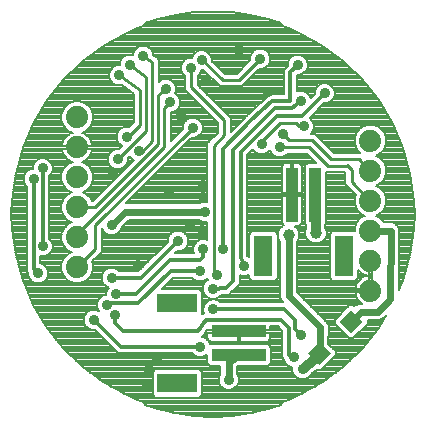
<source format=gbl>
G75*
G70*
%OFA0B0*%
%FSLAX24Y24*%
%IPPOS*%
%LPD*%
%AMOC8*
5,1,8,0,0,1.08239X$1,22.5*
%
%ADD10C,0.0740*%
%ADD11R,0.0394X0.1811*%
%ADD12R,0.0630X0.1339*%
%ADD13R,0.1811X0.0394*%
%ADD14R,0.1339X0.0630*%
%ADD15R,0.0551X0.0551*%
%ADD16C,0.0357*%
%ADD17C,0.0080*%
%ADD18C,0.0320*%
%ADD19C,0.0240*%
%ADD20C,0.0396*%
%ADD21C,0.0100*%
%ADD22C,0.0120*%
D10*
X002616Y005799D03*
X002616Y006799D03*
X002616Y007799D03*
X002616Y008799D03*
X002616Y009799D03*
X002616Y010799D03*
X012391Y010024D03*
X012391Y009024D03*
X012391Y008024D03*
X012391Y007024D03*
X012391Y006024D03*
X012391Y005024D03*
D11*
X010558Y008224D03*
X009770Y008224D03*
D12*
X008825Y006176D03*
X011503Y006176D03*
D13*
X008003Y003663D03*
X008003Y002875D03*
D14*
X005955Y001930D03*
X005955Y004608D03*
D15*
G36*
X011075Y002930D02*
X010687Y002542D01*
X010299Y002930D01*
X010687Y003318D01*
X011075Y002930D01*
G37*
G36*
X012133Y003988D02*
X011745Y003600D01*
X011357Y003988D01*
X011745Y004376D01*
X012133Y003988D01*
G37*
D16*
X010066Y003549D03*
X009836Y002809D03*
X010126Y002399D03*
X007666Y002049D03*
X006716Y003149D03*
X007156Y004399D03*
X007136Y005089D03*
X007266Y005549D03*
X006716Y005679D03*
X006816Y006399D03*
X006766Y007049D03*
X006366Y007199D03*
X005976Y006679D03*
X006866Y007649D03*
X006816Y008149D03*
X006816Y008549D03*
X005666Y008349D03*
X004666Y009674D03*
X004266Y010149D03*
X003966Y009399D03*
X003816Y008899D03*
X003766Y007199D03*
X004626Y005889D03*
X003766Y005449D03*
X003916Y004899D03*
X003616Y004549D03*
X003866Y004199D03*
X003166Y004049D03*
X001316Y005599D03*
X001466Y006499D03*
X001166Y008749D03*
X001466Y009099D03*
X004016Y012199D03*
X004366Y012549D03*
X004816Y012849D03*
X005566Y011749D03*
X005716Y011299D03*
X006066Y010849D03*
X006466Y010449D03*
X006916Y011999D03*
X006416Y012449D03*
X006766Y012699D03*
X008006Y013039D03*
X008716Y012749D03*
X008966Y011649D03*
X009966Y012549D03*
X010866Y011599D03*
X010066Y011349D03*
X010166Y010499D03*
X009466Y010249D03*
X009366Y009799D03*
X008766Y009899D03*
X007476Y006399D03*
X008166Y005849D03*
X005286Y002719D03*
X005006Y002369D03*
X004926Y001819D03*
D17*
X006937Y002684D02*
X002586Y002684D01*
X002668Y002606D02*
X006944Y002606D01*
X006937Y002612D02*
X007031Y002518D01*
X007391Y002518D01*
X007388Y002250D01*
X007379Y002241D01*
X007328Y002116D01*
X007328Y001982D01*
X007379Y001857D01*
X007474Y001762D01*
X007599Y001711D01*
X007733Y001711D01*
X007858Y001762D01*
X007953Y001857D01*
X008004Y001982D01*
X008004Y002116D01*
X007953Y002241D01*
X007948Y002246D01*
X007951Y002504D01*
X007972Y002518D01*
X008974Y002518D01*
X009068Y002612D01*
X009068Y003138D01*
X008974Y003232D01*
X007048Y003232D01*
X007003Y003341D01*
X006908Y003436D01*
X006783Y003487D01*
X006779Y003487D01*
X006814Y003536D01*
X006866Y003588D01*
X006866Y003607D01*
X006957Y003732D01*
X006957Y003703D01*
X007963Y003703D01*
X007963Y003623D01*
X008043Y003623D01*
X008043Y003703D01*
X009048Y003703D01*
X009048Y003829D01*
X009307Y003829D01*
X009446Y003685D01*
X009446Y002938D01*
X009428Y002900D01*
X009446Y002851D01*
X009446Y002798D01*
X009476Y002768D01*
X009490Y002729D01*
X009506Y002721D01*
X009549Y002617D01*
X009644Y002522D01*
X009769Y002471D01*
X009789Y002471D01*
X009788Y002466D01*
X009788Y002332D01*
X009839Y002207D01*
X009934Y002112D01*
X010059Y002061D01*
X010193Y002061D01*
X010318Y002112D01*
X010413Y002207D01*
X010423Y002231D01*
X010611Y002390D01*
X010621Y002380D01*
X010753Y002380D01*
X011237Y002864D01*
X011237Y002996D01*
X010990Y003243D01*
X010995Y003740D01*
X010996Y003741D01*
X010996Y003795D01*
X010997Y003850D01*
X010996Y003851D01*
X010996Y003853D01*
X010975Y003903D01*
X010955Y003953D01*
X010954Y003954D01*
X010953Y003956D01*
X010915Y003994D01*
X010877Y004033D01*
X010876Y004033D01*
X009940Y004969D01*
X009940Y006657D01*
X009964Y006680D01*
X010018Y006812D01*
X010018Y006954D01*
X009964Y007086D01*
X009871Y007178D01*
X009986Y007178D01*
X010021Y007188D01*
X010053Y007206D01*
X010079Y007232D01*
X010098Y007264D01*
X010107Y007300D01*
X010107Y008184D01*
X009810Y008184D01*
X009810Y008264D01*
X009730Y008264D01*
X009730Y008184D01*
X009433Y008184D01*
X009433Y007300D01*
X009443Y007264D01*
X009461Y007232D01*
X009488Y007206D01*
X009495Y007202D01*
X009457Y007187D01*
X009356Y007086D01*
X009302Y006954D01*
X009302Y006812D01*
X009356Y006680D01*
X009380Y006657D01*
X009380Y004797D01*
X009423Y004694D01*
X009488Y004629D01*
X007405Y004629D01*
X007348Y004686D01*
X007223Y004737D01*
X007089Y004737D01*
X006964Y004686D01*
X006869Y004591D01*
X006818Y004466D01*
X006818Y004332D01*
X006844Y004269D01*
X006825Y004269D01*
X006811Y004255D01*
X006792Y004252D01*
X006785Y004242D01*
X006785Y004989D01*
X006691Y005083D01*
X005441Y005083D01*
X005817Y005459D01*
X006457Y005459D01*
X006524Y005392D01*
X006649Y005341D01*
X006783Y005341D01*
X006908Y005392D01*
X006948Y005432D01*
X006967Y005385D01*
X006944Y005376D01*
X006849Y005281D01*
X006798Y005156D01*
X006798Y005022D01*
X006849Y004897D01*
X006944Y004802D01*
X007069Y004751D01*
X007203Y004751D01*
X007328Y004802D01*
X007401Y004875D01*
X007566Y004879D01*
X007653Y004877D01*
X007657Y004881D01*
X007662Y004881D01*
X007722Y004944D01*
X007904Y005119D01*
X007907Y005119D01*
X007970Y005182D01*
X008034Y005243D01*
X008034Y005246D01*
X008036Y005248D01*
X008036Y005337D01*
X008038Y005426D01*
X008036Y005428D01*
X008036Y005537D01*
X008099Y005511D01*
X008233Y005511D01*
X008350Y005559D01*
X008350Y005441D01*
X008444Y005347D01*
X009207Y005347D01*
X009300Y005441D01*
X009300Y006912D01*
X009207Y007006D01*
X008444Y007006D01*
X008350Y006912D01*
X008350Y006139D01*
X008286Y006166D01*
X008286Y009558D01*
X008466Y009738D01*
X008479Y009707D01*
X008574Y009612D01*
X008699Y009561D01*
X008833Y009561D01*
X008958Y009612D01*
X009042Y009697D01*
X009079Y009607D01*
X009174Y009512D01*
X009299Y009461D01*
X009433Y009461D01*
X009558Y009512D01*
X009635Y009589D01*
X010267Y009589D01*
X010567Y009289D01*
X010295Y009289D01*
X010201Y009196D01*
X010201Y007252D01*
X010248Y007205D01*
X010248Y007113D01*
X010212Y007024D01*
X010212Y006882D01*
X010266Y006750D01*
X010367Y006649D01*
X010499Y006595D01*
X010641Y006595D01*
X010773Y006649D01*
X010874Y006750D01*
X010928Y006882D01*
X010928Y007024D01*
X010888Y007120D01*
X010887Y007225D01*
X010915Y007252D01*
X010915Y008983D01*
X011535Y008983D01*
X011556Y008962D01*
X011556Y008562D01*
X011679Y008439D01*
X011898Y008220D01*
X011861Y008129D01*
X011861Y007919D01*
X011942Y007724D01*
X012091Y007575D01*
X012213Y007524D01*
X012091Y007473D01*
X011942Y007324D01*
X011861Y007129D01*
X011861Y007006D01*
X011121Y007006D01*
X011028Y006912D01*
X011028Y005441D01*
X011121Y005347D01*
X011884Y005347D01*
X011978Y005441D01*
X011978Y005725D01*
X012002Y005692D01*
X012059Y005635D01*
X012124Y005588D01*
X012195Y005551D01*
X012272Y005527D01*
X012288Y005524D01*
X012272Y005521D01*
X012195Y005497D01*
X012124Y005460D01*
X012059Y005413D01*
X012002Y005356D01*
X011955Y005291D01*
X011918Y005220D01*
X011894Y005143D01*
X011881Y005064D01*
X012351Y005064D01*
X012351Y004984D01*
X011881Y004984D01*
X011881Y004984D01*
X011894Y004905D01*
X011918Y004828D01*
X011955Y004757D01*
X012002Y004692D01*
X012059Y004635D01*
X012117Y004593D01*
X012014Y004593D01*
X011911Y004550D01*
X011855Y004494D01*
X011811Y004538D01*
X011679Y004538D01*
X011195Y004054D01*
X011195Y003922D01*
X011679Y003438D01*
X011811Y003438D01*
X012295Y003922D01*
X012295Y004033D01*
X012686Y004033D01*
X012789Y004076D01*
X012867Y004154D01*
X012923Y004210D01*
X012668Y003784D01*
X012110Y003083D01*
X011464Y002463D01*
X010741Y001935D01*
X009954Y001508D01*
X009567Y001346D01*
X009537Y001333D01*
X009488Y001315D01*
X009485Y001312D01*
X009481Y001310D01*
X009445Y001274D01*
X009407Y001239D01*
X009406Y001235D01*
X009403Y001232D01*
X009397Y001218D01*
X008987Y001081D01*
X008380Y000938D01*
X007763Y000852D01*
X007140Y000823D01*
X006517Y000852D01*
X005900Y000938D01*
X005293Y001081D01*
X004883Y001218D01*
X004877Y001232D01*
X004874Y001235D01*
X004873Y001239D01*
X004835Y001274D01*
X004799Y001310D01*
X004795Y001312D01*
X004792Y001315D01*
X004743Y001333D01*
X004713Y001346D01*
X004326Y001508D01*
X003539Y001935D01*
X002816Y002463D01*
X002170Y003083D01*
X001612Y003784D01*
X001152Y004553D01*
X000799Y005376D01*
X000559Y006239D01*
X000437Y007126D01*
X000420Y007573D01*
X000437Y008020D01*
X000559Y008907D01*
X000799Y009770D01*
X001152Y010593D01*
X001612Y011362D01*
X002170Y012063D01*
X002816Y012683D01*
X003539Y013211D01*
X004326Y013638D01*
X004713Y013800D01*
X004743Y013813D01*
X004792Y013831D01*
X004795Y013834D01*
X004799Y013836D01*
X004835Y013872D01*
X004873Y013908D01*
X004874Y013911D01*
X004877Y013914D01*
X004883Y013928D01*
X005293Y014065D01*
X005900Y014208D01*
X006517Y014294D01*
X007140Y014323D01*
X007763Y014294D01*
X008380Y014208D01*
X008987Y014065D01*
X009397Y013928D01*
X009403Y013914D01*
X009406Y013911D01*
X009407Y013908D01*
X009445Y013872D01*
X009481Y013836D01*
X009485Y013834D01*
X009488Y013831D01*
X009537Y013813D01*
X009567Y013800D01*
X009954Y013638D01*
X010741Y013211D01*
X011464Y012683D01*
X012110Y012063D01*
X012668Y011362D01*
X013128Y010593D01*
X013481Y009770D01*
X013721Y008907D01*
X013843Y008020D01*
X013860Y007573D01*
X013843Y007126D01*
X013721Y006239D01*
X013481Y005376D01*
X013331Y005028D01*
X013340Y006968D01*
X013340Y007024D01*
X013340Y007078D01*
X013340Y007079D01*
X013340Y007080D01*
X013837Y007080D01*
X013845Y007159D02*
X013307Y007159D01*
X013298Y007182D02*
X013298Y007182D01*
X013297Y007183D01*
X013258Y007222D01*
X013220Y007261D01*
X013219Y007261D01*
X013219Y007261D01*
X013168Y007283D01*
X013117Y007304D01*
X013116Y007304D01*
X013061Y007304D01*
X013006Y007304D01*
X013005Y007304D01*
X012849Y007304D01*
X012840Y007324D01*
X012691Y007473D01*
X012569Y007524D01*
X012691Y007575D01*
X012840Y007724D01*
X012921Y007919D01*
X012921Y008129D01*
X012840Y008324D01*
X012691Y008473D01*
X012569Y008524D01*
X012691Y008575D01*
X012840Y008724D01*
X012921Y008919D01*
X012921Y009129D01*
X012840Y009324D01*
X012691Y009473D01*
X012569Y009524D01*
X012691Y009575D01*
X012840Y009724D01*
X012921Y009919D01*
X012921Y010129D01*
X012840Y010324D01*
X012691Y010473D01*
X012496Y010554D01*
X012286Y010554D01*
X012091Y010473D01*
X011942Y010324D01*
X011861Y010129D01*
X011861Y009919D01*
X011942Y009724D01*
X012056Y009609D01*
X011171Y009609D01*
X010650Y010130D01*
X010527Y010253D01*
X010399Y010253D01*
X010453Y010307D01*
X010504Y010432D01*
X010504Y010566D01*
X010453Y010691D01*
X010361Y010783D01*
X010839Y011261D01*
X010933Y011261D01*
X011058Y011312D01*
X011153Y011407D01*
X011204Y011532D01*
X011204Y011666D01*
X011153Y011791D01*
X011058Y011886D01*
X010933Y011937D01*
X010799Y011937D01*
X010674Y011886D01*
X010579Y011791D01*
X010528Y011666D01*
X010528Y011572D01*
X010395Y011439D01*
X010353Y011541D01*
X010258Y011636D01*
X010133Y011687D01*
X009999Y011687D01*
X009936Y011661D01*
X009936Y012208D01*
X009939Y012211D01*
X010033Y012211D01*
X010158Y012262D01*
X010253Y012357D01*
X010304Y012482D01*
X010304Y012616D01*
X010253Y012741D01*
X010158Y012836D01*
X010033Y012887D01*
X009899Y012887D01*
X009774Y012836D01*
X009679Y012741D01*
X009628Y012616D01*
X009628Y012522D01*
X009496Y012390D01*
X009496Y011569D01*
X009120Y011569D01*
X009033Y011572D01*
X009030Y011569D01*
X009025Y011569D01*
X008963Y011507D01*
X008330Y010919D01*
X008325Y010919D01*
X008263Y010857D01*
X008200Y010798D01*
X008199Y010793D01*
X007726Y010320D01*
X007726Y010786D01*
X006626Y011886D01*
X006626Y012180D01*
X006703Y012257D01*
X006746Y012361D01*
X006822Y012361D01*
X007320Y011898D01*
X007379Y011839D01*
X007384Y011839D01*
X007387Y011836D01*
X007470Y011839D01*
X008103Y011839D01*
X008675Y012411D01*
X008783Y012411D01*
X008908Y012462D01*
X009003Y012557D01*
X009054Y012682D01*
X009054Y012816D01*
X009003Y012941D01*
X008908Y013036D01*
X008783Y013087D01*
X008649Y013087D01*
X008524Y013036D01*
X008429Y012941D01*
X008378Y012816D01*
X008378Y012708D01*
X007929Y012259D01*
X007548Y012259D01*
X007104Y012671D01*
X007104Y012766D01*
X007053Y012891D01*
X006958Y012986D01*
X006833Y013037D01*
X006699Y013037D01*
X006574Y012986D01*
X006479Y012891D01*
X006436Y012787D01*
X006349Y012787D01*
X006224Y012736D01*
X006129Y012641D01*
X006078Y012516D01*
X006078Y012382D01*
X006129Y012257D01*
X006206Y012180D01*
X006206Y011712D01*
X006329Y011589D01*
X007306Y010612D01*
X007306Y010286D01*
X006956Y009936D01*
X006956Y007978D01*
X006933Y007987D01*
X006799Y007987D01*
X006674Y007936D01*
X006667Y007929D01*
X004243Y007929D01*
X006425Y010111D01*
X006533Y010111D01*
X006658Y010162D01*
X006753Y010257D01*
X006804Y010382D01*
X006804Y010516D01*
X006753Y010641D01*
X006658Y010736D01*
X006533Y010787D01*
X006399Y010787D01*
X006274Y010736D01*
X006179Y010641D01*
X006128Y010516D01*
X006128Y010408D01*
X005726Y010006D01*
X005726Y010961D01*
X005783Y010961D01*
X005908Y011012D01*
X006003Y011107D01*
X006054Y011232D01*
X006054Y011366D01*
X006003Y011491D01*
X005908Y011586D01*
X005871Y011601D01*
X005904Y011682D01*
X005904Y011816D01*
X005853Y011941D01*
X005758Y012036D01*
X005633Y012087D01*
X005499Y012087D01*
X005374Y012036D01*
X005326Y011988D01*
X005326Y012585D01*
X005339Y012605D01*
X005326Y012670D01*
X005326Y012736D01*
X005309Y012753D01*
X005305Y012775D01*
X005250Y012812D01*
X005203Y012859D01*
X005180Y012859D01*
X005154Y012876D01*
X005154Y012916D01*
X005103Y013041D01*
X005008Y013136D01*
X004883Y013187D01*
X004749Y013187D01*
X004624Y013136D01*
X004529Y013041D01*
X004478Y012916D01*
X004478Y012869D01*
X004433Y012887D01*
X004299Y012887D01*
X004174Y012836D01*
X004079Y012741D01*
X004028Y012616D01*
X004028Y012537D01*
X003949Y012537D01*
X003824Y012486D01*
X003729Y012391D01*
X003678Y012266D01*
X003678Y012132D01*
X003729Y012007D01*
X003824Y011912D01*
X003949Y011861D01*
X004083Y011861D01*
X004112Y011872D01*
X004506Y011591D01*
X004506Y010636D01*
X004350Y010480D01*
X004333Y010487D01*
X004199Y010487D01*
X004074Y010436D01*
X003979Y010341D01*
X003928Y010216D01*
X003928Y010082D01*
X003979Y009957D01*
X004074Y009862D01*
X004115Y009845D01*
X004007Y009737D01*
X003899Y009737D01*
X003774Y009686D01*
X003679Y009591D01*
X003628Y009466D01*
X003628Y009332D01*
X003679Y009207D01*
X003774Y009112D01*
X003899Y009061D01*
X004033Y009061D01*
X004158Y009112D01*
X004253Y009207D01*
X004304Y009332D01*
X004304Y009440D01*
X004369Y009506D01*
X004379Y009482D01*
X004474Y009387D01*
X004497Y009378D01*
X003129Y008009D01*
X003103Y008009D01*
X003065Y008099D01*
X002916Y008248D01*
X002794Y008299D01*
X002916Y008350D01*
X003065Y008499D01*
X003146Y008694D01*
X003146Y008904D01*
X003065Y009099D01*
X002916Y009248D01*
X002765Y009311D01*
X002812Y009326D01*
X002883Y009363D01*
X002948Y009410D01*
X003005Y009467D01*
X003052Y009532D01*
X003089Y009603D01*
X003113Y009680D01*
X003126Y009759D01*
X002656Y009759D01*
X002656Y009839D01*
X003126Y009839D01*
X003126Y009839D01*
X003113Y009918D01*
X003089Y009995D01*
X003052Y010066D01*
X003005Y010131D01*
X002948Y010188D01*
X002883Y010235D01*
X002812Y010272D01*
X002765Y010287D01*
X002916Y010350D01*
X003065Y010499D01*
X003146Y010694D01*
X003146Y010904D01*
X003065Y011099D01*
X002916Y011248D01*
X002721Y011329D01*
X002511Y011329D01*
X002316Y011248D01*
X002167Y011099D01*
X002086Y010904D01*
X002086Y010694D01*
X002167Y010499D01*
X002316Y010350D01*
X002467Y010287D01*
X002420Y010272D01*
X002349Y010235D01*
X002284Y010188D01*
X002227Y010131D01*
X002180Y010066D01*
X002143Y009995D01*
X002119Y009918D01*
X002106Y009839D01*
X002576Y009839D01*
X002576Y009759D01*
X002106Y009759D01*
X002106Y009759D01*
X002119Y009680D01*
X002143Y009603D01*
X002180Y009532D01*
X002227Y009467D01*
X002284Y009410D01*
X002349Y009363D01*
X002420Y009326D01*
X002467Y009311D01*
X002316Y009248D01*
X002167Y009099D01*
X002086Y008904D01*
X002086Y008694D01*
X002167Y008499D01*
X002316Y008350D01*
X002438Y008299D01*
X002316Y008248D01*
X002167Y008099D01*
X002086Y007904D01*
X002086Y007694D01*
X002167Y007499D01*
X002316Y007350D01*
X002438Y007299D01*
X002316Y007248D01*
X002167Y007099D01*
X002086Y006904D01*
X002086Y006694D01*
X002167Y006499D01*
X002316Y006350D01*
X002438Y006299D01*
X002316Y006248D01*
X002167Y006099D01*
X002086Y005904D01*
X002086Y005694D01*
X002167Y005499D01*
X002316Y005350D01*
X002511Y005269D01*
X002721Y005269D01*
X002916Y005350D01*
X003065Y005499D01*
X003146Y005694D01*
X003146Y005904D01*
X003109Y005995D01*
X003303Y006189D01*
X003426Y006312D01*
X003426Y007112D01*
X003433Y007119D01*
X003479Y007007D01*
X003574Y006912D01*
X003699Y006861D01*
X003833Y006861D01*
X003958Y006912D01*
X004053Y007007D01*
X004104Y007132D01*
X004104Y007141D01*
X004332Y007369D01*
X006667Y007369D01*
X006674Y007362D01*
X006799Y007311D01*
X006933Y007311D01*
X006956Y007320D01*
X006956Y006707D01*
X006883Y006737D01*
X006749Y006737D01*
X006624Y006686D01*
X006529Y006591D01*
X006478Y006466D01*
X006478Y006332D01*
X006504Y006269D01*
X005877Y006269D01*
X005949Y006341D01*
X006043Y006341D01*
X006168Y006392D01*
X006263Y006487D01*
X006314Y006612D01*
X006314Y006746D01*
X006263Y006871D01*
X006168Y006966D01*
X006043Y007017D01*
X005909Y007017D01*
X005784Y006966D01*
X005689Y006871D01*
X005638Y006746D01*
X005638Y006652D01*
X004655Y005669D01*
X004025Y005669D01*
X003958Y005736D01*
X003833Y005787D01*
X003699Y005787D01*
X003574Y005736D01*
X003479Y005641D01*
X003428Y005516D01*
X003428Y005382D01*
X003479Y005257D01*
X003574Y005162D01*
X003664Y005125D01*
X003629Y005091D01*
X003578Y004966D01*
X003578Y004887D01*
X003549Y004887D01*
X003424Y004836D01*
X003329Y004741D01*
X003278Y004616D01*
X003278Y004482D01*
X003329Y004357D01*
X003345Y004341D01*
X003233Y004387D01*
X003099Y004387D01*
X002974Y004336D01*
X002879Y004241D01*
X002828Y004116D01*
X002828Y003982D01*
X002879Y003857D01*
X002974Y003762D01*
X003099Y003711D01*
X003193Y003711D01*
X003975Y002929D01*
X006457Y002929D01*
X006524Y002862D01*
X006649Y002811D01*
X006783Y002811D01*
X006908Y002862D01*
X006937Y002892D01*
X006937Y002612D01*
X007022Y002527D02*
X002750Y002527D01*
X002836Y002449D02*
X007390Y002449D01*
X007389Y002370D02*
X006726Y002370D01*
X006691Y002405D02*
X005220Y002405D01*
X005126Y002312D01*
X005126Y001549D01*
X005220Y001455D01*
X006691Y001455D01*
X006785Y001549D01*
X006785Y002312D01*
X006691Y002405D01*
X006785Y002292D02*
X007388Y002292D01*
X007368Y002213D02*
X006785Y002213D01*
X006785Y002135D02*
X007335Y002135D01*
X007328Y002056D02*
X006785Y002056D01*
X006785Y001978D02*
X007329Y001978D01*
X007362Y001899D02*
X006785Y001899D01*
X006785Y001821D02*
X007416Y001821D01*
X007523Y001742D02*
X006785Y001742D01*
X006785Y001664D02*
X010240Y001664D01*
X010096Y001585D02*
X006785Y001585D01*
X006742Y001507D02*
X009950Y001507D01*
X009763Y001428D02*
X004517Y001428D01*
X004330Y001507D02*
X005169Y001507D01*
X005126Y001585D02*
X004184Y001585D01*
X004040Y001664D02*
X005126Y001664D01*
X005126Y001742D02*
X003895Y001742D01*
X003750Y001821D02*
X005126Y001821D01*
X005126Y001899D02*
X003606Y001899D01*
X003481Y001978D02*
X005126Y001978D01*
X005126Y002056D02*
X003374Y002056D01*
X003266Y002135D02*
X005126Y002135D01*
X005126Y002213D02*
X003159Y002213D01*
X003051Y002292D02*
X005126Y002292D01*
X005185Y002370D02*
X002944Y002370D01*
X002504Y002763D02*
X006937Y002763D01*
X006937Y002841D02*
X006857Y002841D01*
X006575Y002841D02*
X002422Y002841D01*
X002340Y002920D02*
X006467Y002920D01*
X006828Y003469D02*
X006957Y003469D01*
X006957Y003447D02*
X006967Y003412D01*
X006985Y003380D01*
X007011Y003354D01*
X007043Y003335D01*
X007079Y003326D01*
X007963Y003326D01*
X007963Y003623D01*
X006957Y003623D01*
X006957Y003447D01*
X006953Y003391D02*
X006979Y003391D01*
X007015Y003312D02*
X009446Y003312D01*
X009446Y003234D02*
X007047Y003234D01*
X006957Y003548D02*
X006826Y003548D01*
X006880Y003626D02*
X007963Y003626D01*
X007963Y003548D02*
X008043Y003548D01*
X008043Y003623D02*
X008043Y003326D01*
X008927Y003326D01*
X008962Y003335D01*
X008994Y003354D01*
X009020Y003380D01*
X009039Y003412D01*
X009048Y003447D01*
X009048Y003623D01*
X008043Y003623D01*
X008043Y003626D02*
X009446Y003626D01*
X009446Y003548D02*
X009048Y003548D01*
X009048Y003469D02*
X009446Y003469D01*
X009446Y003391D02*
X009026Y003391D01*
X009052Y003155D02*
X009446Y003155D01*
X009446Y003077D02*
X009068Y003077D01*
X009068Y002998D02*
X009446Y002998D01*
X009437Y002920D02*
X009068Y002920D01*
X009068Y002841D02*
X009446Y002841D01*
X009478Y002763D02*
X009068Y002763D01*
X009068Y002684D02*
X009521Y002684D01*
X009561Y002606D02*
X009062Y002606D01*
X008983Y002527D02*
X009639Y002527D01*
X009788Y002449D02*
X007950Y002449D01*
X007949Y002370D02*
X009788Y002370D01*
X009804Y002292D02*
X007949Y002292D01*
X007964Y002213D02*
X009837Y002213D01*
X009912Y002135D02*
X007997Y002135D01*
X008004Y002056D02*
X010906Y002056D01*
X010799Y001978D02*
X008003Y001978D01*
X007970Y001899D02*
X010674Y001899D01*
X010530Y001821D02*
X007916Y001821D01*
X007809Y001742D02*
X010385Y001742D01*
X010340Y002135D02*
X011014Y002135D01*
X011121Y002213D02*
X010415Y002213D01*
X010495Y002292D02*
X011229Y002292D01*
X011336Y002370D02*
X010588Y002370D01*
X010822Y002449D02*
X011444Y002449D01*
X011530Y002527D02*
X010900Y002527D01*
X010979Y002606D02*
X011612Y002606D01*
X011694Y002684D02*
X011057Y002684D01*
X011136Y002763D02*
X011776Y002763D01*
X011858Y002841D02*
X011214Y002841D01*
X011237Y002920D02*
X011940Y002920D01*
X012021Y002998D02*
X011235Y002998D01*
X011157Y003077D02*
X012103Y003077D01*
X012167Y003155D02*
X011078Y003155D01*
X011000Y003234D02*
X012230Y003234D01*
X012292Y003312D02*
X010991Y003312D01*
X010992Y003391D02*
X012355Y003391D01*
X012417Y003469D02*
X011842Y003469D01*
X011921Y003548D02*
X012480Y003548D01*
X012542Y003626D02*
X011999Y003626D01*
X012078Y003705D02*
X012605Y003705D01*
X012667Y003783D02*
X012156Y003783D01*
X012235Y003862D02*
X012715Y003862D01*
X012762Y003940D02*
X012295Y003940D01*
X012295Y004019D02*
X012808Y004019D01*
X012810Y004097D02*
X012855Y004097D01*
X012888Y004176D02*
X012902Y004176D01*
X012047Y004647D02*
X010262Y004647D01*
X010184Y004725D02*
X011978Y004725D01*
X011931Y004804D02*
X010105Y004804D01*
X010027Y004882D02*
X011901Y004882D01*
X011885Y004961D02*
X009948Y004961D01*
X009940Y005039D02*
X012351Y005039D01*
X012351Y005064D02*
X012351Y005534D01*
X012351Y005984D01*
X012431Y005984D01*
X012431Y005064D01*
X012351Y005064D01*
X012351Y005118D02*
X012431Y005118D01*
X012431Y005196D02*
X012351Y005196D01*
X012351Y005275D02*
X012431Y005275D01*
X012431Y005353D02*
X012351Y005353D01*
X012351Y005432D02*
X012431Y005432D01*
X012431Y005510D02*
X012351Y005510D01*
X012351Y005589D02*
X012431Y005589D01*
X012431Y005667D02*
X012351Y005667D01*
X012351Y005746D02*
X012431Y005746D01*
X012431Y005824D02*
X012351Y005824D01*
X012351Y005903D02*
X012431Y005903D01*
X012431Y005981D02*
X012351Y005981D01*
X012027Y005667D02*
X011978Y005667D01*
X011978Y005589D02*
X012123Y005589D01*
X012236Y005510D02*
X011978Y005510D01*
X011968Y005432D02*
X012084Y005432D01*
X012000Y005353D02*
X011890Y005353D01*
X011946Y005275D02*
X009940Y005275D01*
X009940Y005353D02*
X011116Y005353D01*
X011037Y005432D02*
X009940Y005432D01*
X009940Y005510D02*
X011028Y005510D01*
X011028Y005589D02*
X009940Y005589D01*
X009940Y005667D02*
X011028Y005667D01*
X011028Y005746D02*
X009940Y005746D01*
X009940Y005824D02*
X011028Y005824D01*
X011028Y005903D02*
X009940Y005903D01*
X009940Y005981D02*
X011028Y005981D01*
X011028Y006060D02*
X009940Y006060D01*
X009940Y006138D02*
X011028Y006138D01*
X011028Y006217D02*
X009940Y006217D01*
X009940Y006295D02*
X011028Y006295D01*
X011028Y006374D02*
X009940Y006374D01*
X009940Y006452D02*
X011028Y006452D01*
X011028Y006531D02*
X009940Y006531D01*
X009940Y006609D02*
X010465Y006609D01*
X010329Y006688D02*
X009967Y006688D01*
X009999Y006766D02*
X010260Y006766D01*
X010227Y006845D02*
X010018Y006845D01*
X010018Y006923D02*
X010212Y006923D01*
X010212Y007002D02*
X009999Y007002D01*
X009966Y007080D02*
X010235Y007080D01*
X010248Y007159D02*
X009891Y007159D01*
X010082Y007237D02*
X010216Y007237D01*
X010201Y007316D02*
X010107Y007316D01*
X010107Y007394D02*
X010201Y007394D01*
X010201Y007473D02*
X010107Y007473D01*
X010107Y007551D02*
X010201Y007551D01*
X010201Y007630D02*
X010107Y007630D01*
X010107Y007708D02*
X010201Y007708D01*
X010201Y007787D02*
X010107Y007787D01*
X010107Y007865D02*
X010201Y007865D01*
X010201Y007944D02*
X010107Y007944D01*
X010107Y008022D02*
X010201Y008022D01*
X010201Y008101D02*
X010107Y008101D01*
X010107Y008179D02*
X010201Y008179D01*
X010201Y008258D02*
X009810Y008258D01*
X009810Y008264D02*
X010107Y008264D01*
X010107Y009148D01*
X010098Y009183D01*
X010079Y009215D01*
X010053Y009241D01*
X010021Y009260D01*
X009986Y009269D01*
X009810Y009269D01*
X009810Y008264D01*
X009810Y008336D02*
X009730Y008336D01*
X009730Y008264D02*
X009730Y009269D01*
X009555Y009269D01*
X009519Y009260D01*
X009488Y009241D01*
X009461Y009215D01*
X009443Y009183D01*
X009433Y009148D01*
X009433Y008264D01*
X009730Y008264D01*
X009730Y008258D02*
X008286Y008258D01*
X008286Y008336D02*
X009433Y008336D01*
X009433Y008415D02*
X008286Y008415D01*
X008286Y008493D02*
X009433Y008493D01*
X009433Y008572D02*
X008286Y008572D01*
X008286Y008650D02*
X009433Y008650D01*
X009433Y008729D02*
X008286Y008729D01*
X008286Y008807D02*
X009433Y008807D01*
X009433Y008886D02*
X008286Y008886D01*
X008286Y008964D02*
X009433Y008964D01*
X009433Y009043D02*
X008286Y009043D01*
X008286Y009121D02*
X009433Y009121D01*
X009452Y009200D02*
X008286Y009200D01*
X008286Y009278D02*
X010283Y009278D01*
X010205Y009200D02*
X010088Y009200D01*
X010107Y009121D02*
X010201Y009121D01*
X010201Y009043D02*
X010107Y009043D01*
X010107Y008964D02*
X010201Y008964D01*
X010201Y008886D02*
X010107Y008886D01*
X010107Y008807D02*
X010201Y008807D01*
X010201Y008729D02*
X010107Y008729D01*
X010107Y008650D02*
X010201Y008650D01*
X010201Y008572D02*
X010107Y008572D01*
X010107Y008493D02*
X010201Y008493D01*
X010201Y008415D02*
X010107Y008415D01*
X010107Y008336D02*
X010201Y008336D01*
X009810Y008415D02*
X009730Y008415D01*
X009730Y008493D02*
X009810Y008493D01*
X009810Y008572D02*
X009730Y008572D01*
X009730Y008650D02*
X009810Y008650D01*
X009810Y008729D02*
X009730Y008729D01*
X009730Y008807D02*
X009810Y008807D01*
X009810Y008886D02*
X009730Y008886D01*
X009730Y008964D02*
X009810Y008964D01*
X009810Y009043D02*
X009730Y009043D01*
X009730Y009121D02*
X009810Y009121D01*
X009810Y009200D02*
X009730Y009200D01*
X009559Y009514D02*
X010342Y009514D01*
X010421Y009435D02*
X008286Y009435D01*
X008286Y009357D02*
X010499Y009357D01*
X010915Y008964D02*
X011554Y008964D01*
X011556Y008886D02*
X010915Y008886D01*
X010915Y008807D02*
X011556Y008807D01*
X011556Y008729D02*
X010915Y008729D01*
X010915Y008650D02*
X011556Y008650D01*
X011556Y008572D02*
X010915Y008572D01*
X010915Y008493D02*
X011625Y008493D01*
X011703Y008415D02*
X010915Y008415D01*
X010915Y008336D02*
X011782Y008336D01*
X011860Y008258D02*
X010915Y008258D01*
X010915Y008179D02*
X011882Y008179D01*
X011861Y008101D02*
X010915Y008101D01*
X010915Y008022D02*
X011861Y008022D01*
X011861Y007944D02*
X010915Y007944D01*
X010915Y007865D02*
X011883Y007865D01*
X011916Y007787D02*
X010915Y007787D01*
X010915Y007708D02*
X011957Y007708D01*
X012036Y007630D02*
X010915Y007630D01*
X010915Y007551D02*
X012148Y007551D01*
X012090Y007473D02*
X010915Y007473D01*
X010915Y007394D02*
X012011Y007394D01*
X011938Y007316D02*
X010915Y007316D01*
X010900Y007237D02*
X011906Y007237D01*
X011873Y007159D02*
X010888Y007159D01*
X010905Y007080D02*
X011861Y007080D01*
X011117Y007002D02*
X010928Y007002D01*
X010928Y006923D02*
X011039Y006923D01*
X011028Y006845D02*
X010913Y006845D01*
X010880Y006766D02*
X011028Y006766D01*
X011028Y006688D02*
X010811Y006688D01*
X010675Y006609D02*
X011028Y006609D01*
X011911Y005196D02*
X009940Y005196D01*
X009940Y005118D02*
X011889Y005118D01*
X011881Y005064D02*
X011881Y005064D01*
X011954Y004568D02*
X010341Y004568D01*
X010419Y004490D02*
X011631Y004490D01*
X011552Y004411D02*
X010498Y004411D01*
X010576Y004333D02*
X011474Y004333D01*
X011395Y004254D02*
X010655Y004254D01*
X010733Y004176D02*
X011317Y004176D01*
X011238Y004097D02*
X010812Y004097D01*
X010891Y004019D02*
X011195Y004019D01*
X011195Y003940D02*
X010960Y003940D01*
X010992Y003862D02*
X011255Y003862D01*
X011334Y003783D02*
X010996Y003783D01*
X010995Y003705D02*
X011412Y003705D01*
X011491Y003626D02*
X010994Y003626D01*
X010993Y003548D02*
X011569Y003548D01*
X011648Y003469D02*
X010992Y003469D01*
X009427Y003705D02*
X009048Y003705D01*
X009048Y003783D02*
X009352Y003783D01*
X009471Y004647D02*
X007387Y004647D01*
X007253Y004725D02*
X009410Y004725D01*
X009380Y004804D02*
X007329Y004804D01*
X007059Y004725D02*
X006785Y004725D01*
X006785Y004647D02*
X006925Y004647D01*
X006860Y004568D02*
X006785Y004568D01*
X006785Y004490D02*
X006827Y004490D01*
X006818Y004411D02*
X006785Y004411D01*
X006785Y004333D02*
X006818Y004333D01*
X006803Y004254D02*
X006785Y004254D01*
X006785Y004804D02*
X006943Y004804D01*
X006864Y004882D02*
X006785Y004882D01*
X006785Y004961D02*
X006823Y004961D01*
X006798Y005039D02*
X006735Y005039D01*
X006798Y005118D02*
X005476Y005118D01*
X005554Y005196D02*
X006814Y005196D01*
X006847Y005275D02*
X005633Y005275D01*
X005711Y005353D02*
X006619Y005353D01*
X006485Y005432D02*
X005790Y005432D01*
X005124Y006138D02*
X003252Y006138D01*
X003303Y006189D02*
X003303Y006189D01*
X003331Y006217D02*
X005202Y006217D01*
X005281Y006295D02*
X003409Y006295D01*
X003426Y006374D02*
X005359Y006374D01*
X005438Y006452D02*
X003426Y006452D01*
X003426Y006531D02*
X005516Y006531D01*
X005595Y006609D02*
X003426Y006609D01*
X003426Y006688D02*
X005638Y006688D01*
X005646Y006766D02*
X003426Y006766D01*
X003426Y006845D02*
X005678Y006845D01*
X005741Y006923D02*
X003969Y006923D01*
X004047Y007002D02*
X005870Y007002D01*
X006082Y007002D02*
X006956Y007002D01*
X006956Y007080D02*
X004083Y007080D01*
X004122Y007159D02*
X006956Y007159D01*
X006956Y007237D02*
X004200Y007237D01*
X004279Y007316D02*
X006787Y007316D01*
X006945Y007316D02*
X006956Y007316D01*
X006956Y006923D02*
X006211Y006923D01*
X006274Y006845D02*
X006956Y006845D01*
X006956Y006766D02*
X006306Y006766D01*
X006314Y006688D02*
X006628Y006688D01*
X006547Y006609D02*
X006313Y006609D01*
X006281Y006531D02*
X006504Y006531D01*
X006478Y006452D02*
X006228Y006452D01*
X006123Y006374D02*
X006478Y006374D01*
X006493Y006295D02*
X005903Y006295D01*
X005045Y006060D02*
X003174Y006060D01*
X003114Y005981D02*
X004967Y005981D01*
X004888Y005903D02*
X003146Y005903D01*
X003146Y005824D02*
X004810Y005824D01*
X004731Y005746D02*
X003934Y005746D01*
X003598Y005746D02*
X003146Y005746D01*
X003135Y005667D02*
X003505Y005667D01*
X003457Y005589D02*
X003102Y005589D01*
X003070Y005510D02*
X003428Y005510D01*
X003428Y005432D02*
X002998Y005432D01*
X002920Y005353D02*
X003439Y005353D01*
X003472Y005275D02*
X002735Y005275D01*
X002497Y005275D02*
X001417Y005275D01*
X001383Y005261D02*
X001508Y005312D01*
X001603Y005407D01*
X001654Y005532D01*
X001654Y005666D01*
X001603Y005791D01*
X001508Y005886D01*
X001386Y005936D01*
X001386Y006166D01*
X001399Y006161D01*
X001533Y006161D01*
X001658Y006212D01*
X001753Y006307D01*
X001804Y006432D01*
X001804Y006566D01*
X001753Y006691D01*
X001686Y006758D01*
X001686Y008840D01*
X001753Y008907D01*
X001804Y009032D01*
X001804Y009166D01*
X001753Y009291D01*
X001658Y009386D01*
X001533Y009437D01*
X001399Y009437D01*
X001274Y009386D01*
X001179Y009291D01*
X001128Y009166D01*
X001128Y009087D01*
X001099Y009087D01*
X000974Y009036D01*
X000879Y008941D01*
X000828Y008816D01*
X000828Y008682D01*
X000879Y008557D01*
X000946Y008490D01*
X000946Y005658D01*
X000978Y005626D01*
X000978Y005532D01*
X001029Y005407D01*
X001124Y005312D01*
X001249Y005261D01*
X001383Y005261D01*
X001215Y005275D02*
X000843Y005275D01*
X000809Y005353D02*
X001083Y005353D01*
X001019Y005432D02*
X000784Y005432D01*
X000762Y005510D02*
X000987Y005510D01*
X000978Y005589D02*
X000740Y005589D01*
X000718Y005667D02*
X000946Y005667D01*
X000946Y005746D02*
X000697Y005746D01*
X000675Y005824D02*
X000946Y005824D01*
X000946Y005903D02*
X000653Y005903D01*
X000631Y005981D02*
X000946Y005981D01*
X000946Y006060D02*
X000609Y006060D01*
X000587Y006138D02*
X000946Y006138D01*
X000946Y006217D02*
X000566Y006217D01*
X000552Y006295D02*
X000946Y006295D01*
X000946Y006374D02*
X000541Y006374D01*
X000530Y006452D02*
X000946Y006452D01*
X000946Y006531D02*
X000519Y006531D01*
X000508Y006609D02*
X000946Y006609D01*
X000946Y006688D02*
X000497Y006688D01*
X000486Y006766D02*
X000946Y006766D01*
X000946Y006845D02*
X000476Y006845D01*
X000465Y006923D02*
X000946Y006923D01*
X000946Y007002D02*
X000454Y007002D01*
X000443Y007080D02*
X000946Y007080D01*
X000946Y007159D02*
X000435Y007159D01*
X000433Y007237D02*
X000946Y007237D01*
X000946Y007316D02*
X000430Y007316D01*
X000427Y007394D02*
X000946Y007394D01*
X000946Y007473D02*
X000424Y007473D01*
X000421Y007551D02*
X000946Y007551D01*
X000946Y007630D02*
X000422Y007630D01*
X000425Y007708D02*
X000946Y007708D01*
X000946Y007787D02*
X000428Y007787D01*
X000431Y007865D02*
X000946Y007865D01*
X000946Y007944D02*
X000434Y007944D01*
X000437Y008022D02*
X000946Y008022D01*
X000946Y008101D02*
X000448Y008101D01*
X000459Y008179D02*
X000946Y008179D01*
X000946Y008258D02*
X000470Y008258D01*
X000480Y008336D02*
X000946Y008336D01*
X000946Y008415D02*
X000491Y008415D01*
X000502Y008493D02*
X000943Y008493D01*
X000873Y008572D02*
X000513Y008572D01*
X000524Y008650D02*
X000841Y008650D01*
X000828Y008729D02*
X000535Y008729D01*
X000546Y008807D02*
X000828Y008807D01*
X000856Y008886D02*
X000556Y008886D01*
X000575Y008964D02*
X000902Y008964D01*
X000990Y009043D02*
X000597Y009043D01*
X000619Y009121D02*
X001128Y009121D01*
X001141Y009200D02*
X000641Y009200D01*
X000663Y009278D02*
X001174Y009278D01*
X001245Y009357D02*
X000684Y009357D01*
X000706Y009435D02*
X001393Y009435D01*
X001539Y009435D02*
X002259Y009435D01*
X002193Y009514D02*
X000728Y009514D01*
X000750Y009592D02*
X002149Y009592D01*
X002121Y009671D02*
X000772Y009671D01*
X000794Y009749D02*
X002108Y009749D01*
X002106Y009839D02*
X002106Y009839D01*
X002117Y009906D02*
X000858Y009906D01*
X000891Y009985D02*
X002140Y009985D01*
X002178Y010063D02*
X000925Y010063D01*
X000959Y010142D02*
X002237Y010142D01*
X002328Y010220D02*
X000992Y010220D01*
X001026Y010299D02*
X002439Y010299D01*
X002288Y010377D02*
X001060Y010377D01*
X001093Y010456D02*
X002210Y010456D01*
X002152Y010534D02*
X001127Y010534D01*
X001164Y010613D02*
X002120Y010613D01*
X002087Y010691D02*
X001211Y010691D01*
X001258Y010770D02*
X002086Y010770D01*
X002086Y010848D02*
X001305Y010848D01*
X001351Y010927D02*
X002095Y010927D01*
X002128Y011005D02*
X001398Y011005D01*
X001445Y011084D02*
X002160Y011084D01*
X002230Y011162D02*
X001492Y011162D01*
X001539Y011241D02*
X002308Y011241D01*
X002487Y011319D02*
X001586Y011319D01*
X001640Y011398D02*
X004506Y011398D01*
X004506Y011476D02*
X001703Y011476D01*
X001765Y011555D02*
X004506Y011555D01*
X004447Y011633D02*
X001828Y011633D01*
X001890Y011712D02*
X004337Y011712D01*
X004227Y011790D02*
X001953Y011790D01*
X002015Y011869D02*
X003929Y011869D01*
X003789Y011947D02*
X002078Y011947D01*
X002140Y012026D02*
X003722Y012026D01*
X003689Y012104D02*
X002213Y012104D01*
X002295Y012183D02*
X003678Y012183D01*
X003678Y012261D02*
X002376Y012261D01*
X002458Y012340D02*
X003708Y012340D01*
X003756Y012418D02*
X002540Y012418D01*
X002622Y012497D02*
X003850Y012497D01*
X004028Y012575D02*
X002704Y012575D01*
X002786Y012654D02*
X004043Y012654D01*
X004076Y012732D02*
X002884Y012732D01*
X002991Y012811D02*
X004149Y012811D01*
X004478Y012889D02*
X003098Y012889D01*
X003206Y012968D02*
X004499Y012968D01*
X004534Y013046D02*
X003313Y013046D01*
X003421Y013125D02*
X004613Y013125D01*
X005019Y013125D02*
X010859Y013125D01*
X010752Y013203D02*
X003528Y013203D01*
X003669Y013282D02*
X010611Y013282D01*
X010466Y013360D02*
X003814Y013360D01*
X003959Y013439D02*
X010321Y013439D01*
X010177Y013517D02*
X004103Y013517D01*
X004248Y013596D02*
X010032Y013596D01*
X009868Y013674D02*
X004412Y013674D01*
X004599Y013753D02*
X009681Y013753D01*
X009489Y013831D02*
X004791Y013831D01*
X004874Y013910D02*
X009406Y013910D01*
X009218Y013988D02*
X005062Y013988D01*
X005298Y014067D02*
X008982Y014067D01*
X008648Y014145D02*
X005632Y014145D01*
X006011Y014224D02*
X008269Y014224D01*
X007593Y014302D02*
X006687Y014302D01*
X006556Y012968D02*
X005133Y012968D01*
X005154Y012889D02*
X006478Y012889D01*
X006446Y012811D02*
X005252Y012811D01*
X005326Y012732D02*
X006220Y012732D01*
X006142Y012654D02*
X005329Y012654D01*
X005326Y012575D02*
X006102Y012575D01*
X006078Y012497D02*
X005326Y012497D01*
X005326Y012418D02*
X006078Y012418D01*
X006095Y012340D02*
X005326Y012340D01*
X005326Y012261D02*
X006128Y012261D01*
X006204Y012183D02*
X005326Y012183D01*
X005326Y012104D02*
X006206Y012104D01*
X006206Y012026D02*
X005768Y012026D01*
X005847Y011947D02*
X006206Y011947D01*
X006206Y011869D02*
X005883Y011869D01*
X005904Y011790D02*
X006206Y011790D01*
X006206Y011712D02*
X005904Y011712D01*
X005884Y011633D02*
X006285Y011633D01*
X006363Y011555D02*
X005939Y011555D01*
X006009Y011476D02*
X006442Y011476D01*
X006520Y011398D02*
X006041Y011398D01*
X006054Y011319D02*
X006599Y011319D01*
X006677Y011241D02*
X006054Y011241D01*
X006026Y011162D02*
X006756Y011162D01*
X006834Y011084D02*
X005979Y011084D01*
X005891Y011005D02*
X006913Y011005D01*
X006991Y010927D02*
X005726Y010927D01*
X005726Y010848D02*
X007070Y010848D01*
X007148Y010770D02*
X006576Y010770D01*
X006703Y010691D02*
X007227Y010691D01*
X007305Y010613D02*
X006765Y010613D01*
X006797Y010534D02*
X007306Y010534D01*
X007306Y010456D02*
X006804Y010456D01*
X006802Y010377D02*
X007306Y010377D01*
X007306Y010299D02*
X006770Y010299D01*
X006716Y010220D02*
X007240Y010220D01*
X007162Y010142D02*
X006608Y010142D01*
X006377Y010063D02*
X007083Y010063D01*
X007005Y009985D02*
X006299Y009985D01*
X006220Y009906D02*
X006956Y009906D01*
X006956Y009828D02*
X006142Y009828D01*
X006063Y009749D02*
X006956Y009749D01*
X006956Y009671D02*
X005985Y009671D01*
X005906Y009592D02*
X006956Y009592D01*
X006956Y009514D02*
X005828Y009514D01*
X005749Y009435D02*
X006956Y009435D01*
X006956Y009357D02*
X005671Y009357D01*
X005592Y009278D02*
X006956Y009278D01*
X006956Y009200D02*
X005514Y009200D01*
X005435Y009121D02*
X006956Y009121D01*
X006956Y009043D02*
X005357Y009043D01*
X005278Y008964D02*
X006956Y008964D01*
X006956Y008886D02*
X005200Y008886D01*
X005121Y008807D02*
X006956Y008807D01*
X006956Y008729D02*
X005043Y008729D01*
X004964Y008650D02*
X006956Y008650D01*
X006956Y008572D02*
X004886Y008572D01*
X004807Y008493D02*
X006956Y008493D01*
X006956Y008415D02*
X004729Y008415D01*
X004650Y008336D02*
X006956Y008336D01*
X006956Y008258D02*
X004572Y008258D01*
X004493Y008179D02*
X006956Y008179D01*
X006956Y008101D02*
X004415Y008101D01*
X004336Y008022D02*
X006956Y008022D01*
X006693Y007944D02*
X004258Y007944D01*
X003692Y008572D02*
X003095Y008572D01*
X003128Y008650D02*
X003770Y008650D01*
X003849Y008729D02*
X003146Y008729D01*
X003146Y008807D02*
X003927Y008807D01*
X004006Y008886D02*
X003146Y008886D01*
X003121Y008964D02*
X004084Y008964D01*
X004163Y009043D02*
X003089Y009043D01*
X003043Y009121D02*
X003765Y009121D01*
X003687Y009200D02*
X002965Y009200D01*
X002844Y009278D02*
X003650Y009278D01*
X003628Y009357D02*
X002871Y009357D01*
X002973Y009435D02*
X003628Y009435D01*
X003647Y009514D02*
X003039Y009514D01*
X003083Y009592D02*
X003680Y009592D01*
X003759Y009671D02*
X003110Y009671D01*
X003124Y009749D02*
X004019Y009749D01*
X004098Y009828D02*
X002656Y009828D01*
X002576Y009828D02*
X000824Y009828D01*
X001687Y009357D02*
X002361Y009357D01*
X002388Y009278D02*
X001758Y009278D01*
X001791Y009200D02*
X002267Y009200D01*
X002188Y009121D02*
X001804Y009121D01*
X001804Y009043D02*
X002143Y009043D01*
X002111Y008964D02*
X001776Y008964D01*
X001731Y008886D02*
X002086Y008886D01*
X002086Y008807D02*
X001686Y008807D01*
X001686Y008729D02*
X002086Y008729D01*
X002104Y008650D02*
X001686Y008650D01*
X001686Y008572D02*
X002137Y008572D01*
X002172Y008493D02*
X001686Y008493D01*
X001686Y008415D02*
X002251Y008415D01*
X002349Y008336D02*
X001686Y008336D01*
X001686Y008258D02*
X002338Y008258D01*
X002246Y008179D02*
X001686Y008179D01*
X001686Y008101D02*
X002168Y008101D01*
X002135Y008022D02*
X001686Y008022D01*
X001686Y007944D02*
X002102Y007944D01*
X002086Y007865D02*
X001686Y007865D01*
X001686Y007787D02*
X002086Y007787D01*
X002086Y007708D02*
X001686Y007708D01*
X001686Y007630D02*
X002113Y007630D01*
X002145Y007551D02*
X001686Y007551D01*
X001686Y007473D02*
X002193Y007473D01*
X002271Y007394D02*
X001686Y007394D01*
X001686Y007316D02*
X002398Y007316D01*
X002304Y007237D02*
X001686Y007237D01*
X001686Y007159D02*
X002226Y007159D01*
X002159Y007080D02*
X001686Y007080D01*
X001686Y007002D02*
X002126Y007002D01*
X002094Y006923D02*
X001686Y006923D01*
X001686Y006845D02*
X002086Y006845D01*
X002086Y006766D02*
X001686Y006766D01*
X001754Y006688D02*
X002088Y006688D01*
X002121Y006609D02*
X001787Y006609D01*
X001804Y006531D02*
X002154Y006531D01*
X002213Y006452D02*
X001804Y006452D01*
X001780Y006374D02*
X002292Y006374D01*
X002284Y006217D02*
X001662Y006217D01*
X001741Y006295D02*
X002429Y006295D01*
X002205Y006138D02*
X001386Y006138D01*
X001386Y006060D02*
X002150Y006060D01*
X002118Y005981D02*
X001386Y005981D01*
X001468Y005903D02*
X002086Y005903D01*
X002086Y005824D02*
X001570Y005824D01*
X001622Y005746D02*
X002086Y005746D01*
X002097Y005667D02*
X001654Y005667D01*
X001654Y005589D02*
X002129Y005589D01*
X002162Y005510D02*
X001645Y005510D01*
X001613Y005432D02*
X002234Y005432D01*
X002312Y005353D02*
X001549Y005353D01*
X000910Y005118D02*
X003656Y005118D01*
X003608Y005039D02*
X000944Y005039D01*
X000977Y004961D02*
X003578Y004961D01*
X003536Y004882D02*
X001011Y004882D01*
X001045Y004804D02*
X003392Y004804D01*
X003323Y004725D02*
X001078Y004725D01*
X001112Y004647D02*
X003290Y004647D01*
X003278Y004568D02*
X001146Y004568D01*
X001190Y004490D02*
X003278Y004490D01*
X003307Y004411D02*
X001237Y004411D01*
X001284Y004333D02*
X002971Y004333D01*
X002892Y004254D02*
X001331Y004254D01*
X001378Y004176D02*
X002852Y004176D01*
X002828Y004097D02*
X001425Y004097D01*
X001472Y004019D02*
X002828Y004019D01*
X002845Y003940D02*
X001518Y003940D01*
X001565Y003862D02*
X002877Y003862D01*
X002953Y003783D02*
X001613Y003783D01*
X001675Y003705D02*
X003199Y003705D01*
X003278Y003626D02*
X001738Y003626D01*
X001800Y003548D02*
X003356Y003548D01*
X003435Y003469D02*
X001863Y003469D01*
X001925Y003391D02*
X003513Y003391D01*
X003592Y003312D02*
X001988Y003312D01*
X002050Y003234D02*
X003670Y003234D01*
X003749Y003155D02*
X002113Y003155D01*
X002177Y003077D02*
X003827Y003077D01*
X003906Y002998D02*
X002259Y002998D01*
X003540Y005196D02*
X000877Y005196D01*
X003426Y006923D02*
X003563Y006923D01*
X003485Y007002D02*
X003426Y007002D01*
X003426Y007080D02*
X003449Y007080D01*
X003142Y008022D02*
X003097Y008022D01*
X003064Y008101D02*
X003221Y008101D01*
X003299Y008179D02*
X002985Y008179D01*
X002894Y008258D02*
X003378Y008258D01*
X003456Y008336D02*
X002883Y008336D01*
X002981Y008415D02*
X003535Y008415D01*
X003613Y008493D02*
X003060Y008493D01*
X003126Y009759D02*
X003126Y009759D01*
X003115Y009906D02*
X004030Y009906D01*
X003968Y009985D02*
X003092Y009985D01*
X003054Y010063D02*
X003935Y010063D01*
X003928Y010142D02*
X002995Y010142D01*
X002904Y010220D02*
X003929Y010220D01*
X003962Y010299D02*
X002793Y010299D01*
X002944Y010377D02*
X004015Y010377D01*
X004122Y010456D02*
X003022Y010456D01*
X003080Y010534D02*
X004404Y010534D01*
X004483Y010613D02*
X003112Y010613D01*
X003145Y010691D02*
X004506Y010691D01*
X004506Y010770D02*
X003146Y010770D01*
X003146Y010848D02*
X004506Y010848D01*
X004506Y010927D02*
X003137Y010927D01*
X003104Y011005D02*
X004506Y011005D01*
X004506Y011084D02*
X003072Y011084D01*
X003002Y011162D02*
X004506Y011162D01*
X004506Y011241D02*
X002924Y011241D01*
X002745Y011319D02*
X004506Y011319D01*
X004117Y011869D02*
X004103Y011869D01*
X005098Y013046D02*
X008549Y013046D01*
X008456Y012968D02*
X006976Y012968D01*
X007054Y012889D02*
X008408Y012889D01*
X008378Y012811D02*
X007086Y012811D01*
X007104Y012732D02*
X008378Y012732D01*
X008324Y012654D02*
X007124Y012654D01*
X007208Y012575D02*
X008245Y012575D01*
X008167Y012497D02*
X007293Y012497D01*
X007377Y012418D02*
X008088Y012418D01*
X008010Y012340D02*
X007462Y012340D01*
X007546Y012261D02*
X007931Y012261D01*
X008211Y011947D02*
X009496Y011947D01*
X009496Y011869D02*
X008133Y011869D01*
X008290Y012026D02*
X009496Y012026D01*
X009496Y012104D02*
X008368Y012104D01*
X008447Y012183D02*
X009496Y012183D01*
X009496Y012261D02*
X008525Y012261D01*
X008604Y012340D02*
X009496Y012340D01*
X009524Y012418D02*
X008801Y012418D01*
X008942Y012497D02*
X009602Y012497D01*
X009628Y012575D02*
X009010Y012575D01*
X009043Y012654D02*
X009643Y012654D01*
X009676Y012732D02*
X009054Y012732D01*
X009054Y012811D02*
X009749Y012811D01*
X010183Y012811D02*
X011289Y012811D01*
X011182Y012889D02*
X009024Y012889D01*
X008976Y012968D02*
X011074Y012968D01*
X010967Y013046D02*
X008883Y013046D01*
X009936Y012183D02*
X011985Y012183D01*
X011904Y012261D02*
X010155Y012261D01*
X010235Y012340D02*
X011822Y012340D01*
X011740Y012418D02*
X010278Y012418D01*
X010304Y012497D02*
X011658Y012497D01*
X011576Y012575D02*
X010304Y012575D01*
X010289Y012654D02*
X011494Y012654D01*
X011396Y012732D02*
X010256Y012732D01*
X009936Y012104D02*
X012067Y012104D01*
X012140Y012026D02*
X009936Y012026D01*
X009936Y011947D02*
X012202Y011947D01*
X012265Y011869D02*
X011075Y011869D01*
X011153Y011790D02*
X012327Y011790D01*
X012390Y011712D02*
X011186Y011712D01*
X011204Y011633D02*
X012452Y011633D01*
X012515Y011555D02*
X011204Y011555D01*
X011181Y011476D02*
X012577Y011476D01*
X012640Y011398D02*
X011143Y011398D01*
X011065Y011319D02*
X012694Y011319D01*
X012741Y011241D02*
X010819Y011241D01*
X010740Y011162D02*
X012788Y011162D01*
X012835Y011084D02*
X010662Y011084D01*
X010583Y011005D02*
X012882Y011005D01*
X012929Y010927D02*
X010505Y010927D01*
X010426Y010848D02*
X012975Y010848D01*
X013022Y010770D02*
X010374Y010770D01*
X010453Y010691D02*
X013069Y010691D01*
X013116Y010613D02*
X010485Y010613D01*
X010504Y010534D02*
X012237Y010534D01*
X012073Y010456D02*
X010504Y010456D01*
X010482Y010377D02*
X011995Y010377D01*
X011931Y010299D02*
X010444Y010299D01*
X010560Y010220D02*
X011899Y010220D01*
X011866Y010142D02*
X010638Y010142D01*
X010717Y010063D02*
X011861Y010063D01*
X011861Y009985D02*
X010795Y009985D01*
X010874Y009906D02*
X011866Y009906D01*
X011899Y009828D02*
X010952Y009828D01*
X011031Y009749D02*
X011931Y009749D01*
X011995Y009671D02*
X011109Y009671D01*
X012594Y009514D02*
X013552Y009514D01*
X013530Y009592D02*
X012709Y009592D01*
X012787Y009671D02*
X013508Y009671D01*
X013486Y009749D02*
X012851Y009749D01*
X012883Y009828D02*
X013456Y009828D01*
X013422Y009906D02*
X012916Y009906D01*
X012921Y009985D02*
X013389Y009985D01*
X013355Y010063D02*
X012921Y010063D01*
X012916Y010142D02*
X013321Y010142D01*
X013288Y010220D02*
X012883Y010220D01*
X012851Y010299D02*
X013254Y010299D01*
X013220Y010377D02*
X012787Y010377D01*
X012709Y010456D02*
X013187Y010456D01*
X013153Y010534D02*
X012545Y010534D01*
X012729Y009435D02*
X013574Y009435D01*
X013596Y009357D02*
X012808Y009357D01*
X012859Y009278D02*
X013617Y009278D01*
X013639Y009200D02*
X012892Y009200D01*
X012921Y009121D02*
X013661Y009121D01*
X013683Y009043D02*
X012921Y009043D01*
X012921Y008964D02*
X013705Y008964D01*
X013724Y008886D02*
X012907Y008886D01*
X012875Y008807D02*
X013734Y008807D01*
X013745Y008729D02*
X012842Y008729D01*
X012767Y008650D02*
X013756Y008650D01*
X013767Y008572D02*
X012684Y008572D01*
X012644Y008493D02*
X013778Y008493D01*
X013789Y008415D02*
X012750Y008415D01*
X012828Y008336D02*
X013800Y008336D01*
X013810Y008258D02*
X012868Y008258D01*
X012900Y008179D02*
X013821Y008179D01*
X013832Y008101D02*
X012921Y008101D01*
X012921Y008022D02*
X013843Y008022D01*
X013846Y007944D02*
X012921Y007944D01*
X012899Y007865D02*
X013849Y007865D01*
X013852Y007787D02*
X012866Y007787D01*
X012825Y007708D02*
X013855Y007708D01*
X013858Y007630D02*
X012746Y007630D01*
X012634Y007551D02*
X013859Y007551D01*
X013856Y007473D02*
X012692Y007473D01*
X012770Y007394D02*
X013853Y007394D01*
X013850Y007316D02*
X012844Y007316D01*
X013116Y007304D02*
X013116Y007304D01*
X013243Y007237D02*
X013847Y007237D01*
X013826Y007002D02*
X013340Y007002D01*
X013340Y006968D02*
X013340Y006968D01*
X013340Y006923D02*
X013815Y006923D01*
X013804Y006845D02*
X013339Y006845D01*
X013339Y006766D02*
X013794Y006766D01*
X013783Y006688D02*
X013339Y006688D01*
X013338Y006609D02*
X013772Y006609D01*
X013761Y006531D02*
X013338Y006531D01*
X013338Y006452D02*
X013750Y006452D01*
X013739Y006374D02*
X013337Y006374D01*
X013337Y006295D02*
X013728Y006295D01*
X013714Y006217D02*
X013336Y006217D01*
X013336Y006138D02*
X013693Y006138D01*
X013671Y006060D02*
X013336Y006060D01*
X013335Y005981D02*
X013649Y005981D01*
X013627Y005903D02*
X013335Y005903D01*
X013335Y005824D02*
X013605Y005824D01*
X013583Y005746D02*
X013334Y005746D01*
X013334Y005667D02*
X013562Y005667D01*
X013540Y005589D02*
X013334Y005589D01*
X013333Y005510D02*
X013518Y005510D01*
X013496Y005432D02*
X013333Y005432D01*
X013333Y005353D02*
X013471Y005353D01*
X013437Y005275D02*
X013332Y005275D01*
X013332Y005196D02*
X013403Y005196D01*
X013370Y005118D02*
X013332Y005118D01*
X013331Y005039D02*
X013336Y005039D01*
X013340Y007080D02*
X013319Y007131D01*
X013298Y007182D01*
X009459Y007237D02*
X008286Y007237D01*
X008286Y007159D02*
X009429Y007159D01*
X009354Y007080D02*
X008286Y007080D01*
X008286Y007002D02*
X008440Y007002D01*
X008361Y006923D02*
X008286Y006923D01*
X008286Y006845D02*
X008350Y006845D01*
X008350Y006766D02*
X008286Y006766D01*
X008286Y006688D02*
X008350Y006688D01*
X008350Y006609D02*
X008286Y006609D01*
X008286Y006531D02*
X008350Y006531D01*
X008350Y006452D02*
X008286Y006452D01*
X008286Y006374D02*
X008350Y006374D01*
X008350Y006295D02*
X008286Y006295D01*
X008286Y006217D02*
X008350Y006217D01*
X008350Y005510D02*
X008036Y005510D01*
X008036Y005432D02*
X008360Y005432D01*
X008438Y005353D02*
X008036Y005353D01*
X008036Y005275D02*
X009380Y005275D01*
X009380Y005353D02*
X009213Y005353D01*
X009291Y005432D02*
X009380Y005432D01*
X009380Y005510D02*
X009300Y005510D01*
X009300Y005589D02*
X009380Y005589D01*
X009380Y005667D02*
X009300Y005667D01*
X009300Y005746D02*
X009380Y005746D01*
X009380Y005824D02*
X009300Y005824D01*
X009300Y005903D02*
X009380Y005903D01*
X009380Y005981D02*
X009300Y005981D01*
X009300Y006060D02*
X009380Y006060D01*
X009380Y006138D02*
X009300Y006138D01*
X009300Y006217D02*
X009380Y006217D01*
X009380Y006295D02*
X009300Y006295D01*
X009300Y006374D02*
X009380Y006374D01*
X009380Y006452D02*
X009300Y006452D01*
X009300Y006531D02*
X009380Y006531D01*
X009380Y006609D02*
X009300Y006609D01*
X009300Y006688D02*
X009353Y006688D01*
X009321Y006766D02*
X009300Y006766D01*
X009300Y006845D02*
X009302Y006845D01*
X009302Y006923D02*
X009289Y006923D01*
X009321Y007002D02*
X009211Y007002D01*
X009433Y007316D02*
X008286Y007316D01*
X008286Y007394D02*
X009433Y007394D01*
X009433Y007473D02*
X008286Y007473D01*
X008286Y007551D02*
X009433Y007551D01*
X009433Y007630D02*
X008286Y007630D01*
X008286Y007708D02*
X009433Y007708D01*
X009433Y007787D02*
X008286Y007787D01*
X008286Y007865D02*
X009433Y007865D01*
X009433Y007944D02*
X008286Y007944D01*
X008286Y008022D02*
X009433Y008022D01*
X009433Y008101D02*
X008286Y008101D01*
X008286Y008179D02*
X009433Y008179D01*
X009173Y009514D02*
X008286Y009514D01*
X008320Y009592D02*
X008623Y009592D01*
X008516Y009671D02*
X008399Y009671D01*
X008909Y009592D02*
X009094Y009592D01*
X009053Y009671D02*
X009016Y009671D01*
X008018Y010613D02*
X007726Y010613D01*
X007726Y010691D02*
X008097Y010691D01*
X008175Y010770D02*
X007726Y010770D01*
X007664Y010848D02*
X008253Y010848D01*
X008338Y010927D02*
X007585Y010927D01*
X007507Y011005D02*
X008422Y011005D01*
X008507Y011084D02*
X007428Y011084D01*
X007350Y011162D02*
X008591Y011162D01*
X008676Y011241D02*
X007271Y011241D01*
X007193Y011319D02*
X008760Y011319D01*
X008845Y011398D02*
X007114Y011398D01*
X007036Y011476D02*
X008929Y011476D01*
X009010Y011555D02*
X006957Y011555D01*
X006879Y011633D02*
X009496Y011633D01*
X009496Y011712D02*
X006800Y011712D01*
X006722Y011790D02*
X009496Y011790D01*
X009936Y011790D02*
X010579Y011790D01*
X010546Y011712D02*
X009936Y011712D01*
X009936Y011869D02*
X010657Y011869D01*
X010528Y011633D02*
X010261Y011633D01*
X010339Y011555D02*
X010510Y011555D01*
X010432Y011476D02*
X010380Y011476D01*
X007940Y010534D02*
X007726Y010534D01*
X007726Y010456D02*
X007861Y010456D01*
X007783Y010377D02*
X007726Y010377D01*
X006356Y010770D02*
X005726Y010770D01*
X005726Y010691D02*
X006229Y010691D01*
X006167Y010613D02*
X005726Y010613D01*
X005726Y010534D02*
X006135Y010534D01*
X006128Y010456D02*
X005726Y010456D01*
X005726Y010377D02*
X006097Y010377D01*
X006019Y010299D02*
X005726Y010299D01*
X005726Y010220D02*
X005940Y010220D01*
X005862Y010142D02*
X005726Y010142D01*
X005726Y010063D02*
X005783Y010063D01*
X004477Y009357D02*
X004304Y009357D01*
X004304Y009435D02*
X004426Y009435D01*
X004398Y009278D02*
X004282Y009278D01*
X004245Y009200D02*
X004320Y009200D01*
X004241Y009121D02*
X004167Y009121D01*
X006643Y011869D02*
X007349Y011869D01*
X007267Y011947D02*
X006626Y011947D01*
X006626Y012026D02*
X007183Y012026D01*
X007098Y012104D02*
X006626Y012104D01*
X006628Y012183D02*
X007014Y012183D01*
X006929Y012261D02*
X006704Y012261D01*
X006737Y012340D02*
X006844Y012340D01*
X005364Y012026D02*
X005326Y012026D01*
X006947Y005432D02*
X006948Y005432D01*
X006921Y005353D02*
X006813Y005353D01*
X007663Y004882D02*
X009380Y004882D01*
X009380Y004961D02*
X007739Y004961D01*
X007821Y005039D02*
X009380Y005039D01*
X009380Y005118D02*
X007903Y005118D01*
X007985Y005196D02*
X009380Y005196D01*
X008043Y003469D02*
X007963Y003469D01*
X007963Y003391D02*
X008043Y003391D01*
X006957Y003705D02*
X006937Y003705D01*
X004838Y001271D02*
X009442Y001271D01*
X009321Y001193D02*
X004959Y001193D01*
X004704Y001350D02*
X009576Y001350D01*
X009087Y001114D02*
X005193Y001114D01*
X005485Y001036D02*
X008795Y001036D01*
X008461Y000957D02*
X005819Y000957D01*
X006326Y000879D02*
X007954Y000879D01*
D18*
X010126Y002399D02*
X010706Y002889D01*
X010687Y002930D01*
X010570Y006953D02*
X010558Y008224D01*
D19*
X009660Y006883D02*
X009660Y004853D01*
X010716Y003797D01*
X010706Y002889D01*
X011745Y003988D02*
X012070Y004313D01*
X012630Y004313D01*
X013050Y004733D01*
X013060Y007024D01*
X012391Y007024D01*
X008003Y002875D02*
X007672Y002655D01*
X007666Y002049D01*
X003766Y007199D02*
X004216Y007649D01*
X006866Y007649D01*
D20*
X009660Y006883D03*
X010570Y006953D03*
D21*
X011766Y008649D02*
X011766Y009049D01*
X011616Y009199D01*
X011610Y009193D01*
X010960Y009193D01*
X010354Y009799D01*
X009366Y009799D01*
X009672Y010043D02*
X009466Y010249D01*
X009672Y010043D02*
X010440Y010043D01*
X011084Y009399D01*
X012016Y009399D01*
X012391Y009024D01*
X011766Y008649D02*
X012391Y008024D01*
X010166Y010499D02*
X010016Y010499D01*
X009916Y010599D01*
X009366Y010599D01*
X008716Y009949D01*
X008766Y009899D01*
X007516Y010199D02*
X007516Y010699D01*
X006416Y011799D01*
X006416Y012449D01*
X006766Y012699D02*
X007466Y012049D01*
X008016Y012049D01*
X008716Y012749D01*
X009666Y011349D02*
X009716Y011349D01*
X007516Y010199D02*
X007166Y009849D01*
X007166Y005749D01*
X007266Y005549D01*
X003966Y009399D02*
X004916Y010349D01*
X004916Y012149D01*
X004366Y012549D01*
X004016Y012199D02*
X004716Y011699D01*
X004716Y010549D01*
X004316Y010149D01*
X004266Y010149D01*
X004666Y009674D02*
X004766Y009649D01*
X005116Y009999D01*
X005116Y012649D01*
X004816Y012849D01*
X005566Y011749D02*
X005316Y011549D01*
X005316Y009899D01*
X003216Y007799D01*
X002616Y007799D01*
X003216Y007199D02*
X006466Y010449D01*
X005716Y011299D02*
X005516Y011099D01*
X005516Y009799D01*
X002616Y006899D01*
X002616Y006799D01*
X003216Y006399D02*
X003216Y007199D01*
X003216Y006399D02*
X002616Y005799D01*
D22*
X003766Y005449D02*
X004746Y005449D01*
X005976Y006679D01*
X005716Y006049D02*
X006716Y006049D01*
X006816Y006149D01*
X006816Y006399D01*
X007476Y006399D02*
X007466Y009749D01*
X008416Y010699D01*
X009116Y011349D01*
X009666Y011349D01*
X009716Y011349D02*
X009716Y012299D01*
X009966Y012549D01*
X010866Y011599D02*
X010116Y010849D01*
X009266Y010849D01*
X008066Y009649D01*
X008066Y006099D01*
X008166Y005899D01*
X008166Y005849D01*
X007816Y005339D02*
X007816Y009699D01*
X009216Y011099D01*
X009766Y011099D01*
X010066Y011349D01*
X005716Y006049D02*
X004586Y004909D01*
X003916Y004899D01*
X003716Y004599D02*
X003616Y004549D01*
X003716Y004599D02*
X004646Y004599D01*
X005726Y005679D01*
X006716Y005679D01*
X007136Y005089D02*
X007566Y005099D01*
X007816Y005339D01*
X007196Y004409D02*
X007156Y004399D01*
X007196Y004409D02*
X009506Y004409D01*
X009866Y004049D01*
X009866Y003749D01*
X010066Y003549D01*
X009666Y003774D02*
X009666Y002889D01*
X009836Y002809D01*
X009666Y003774D02*
X009401Y004049D01*
X006916Y004049D01*
X006646Y003679D01*
X004156Y003679D01*
X003866Y003939D01*
X003866Y004199D01*
X003166Y004049D02*
X004066Y003149D01*
X006716Y003149D01*
X001466Y006499D02*
X001466Y009099D01*
X001166Y008749D02*
X001166Y005749D01*
X001316Y005599D01*
M02*

</source>
